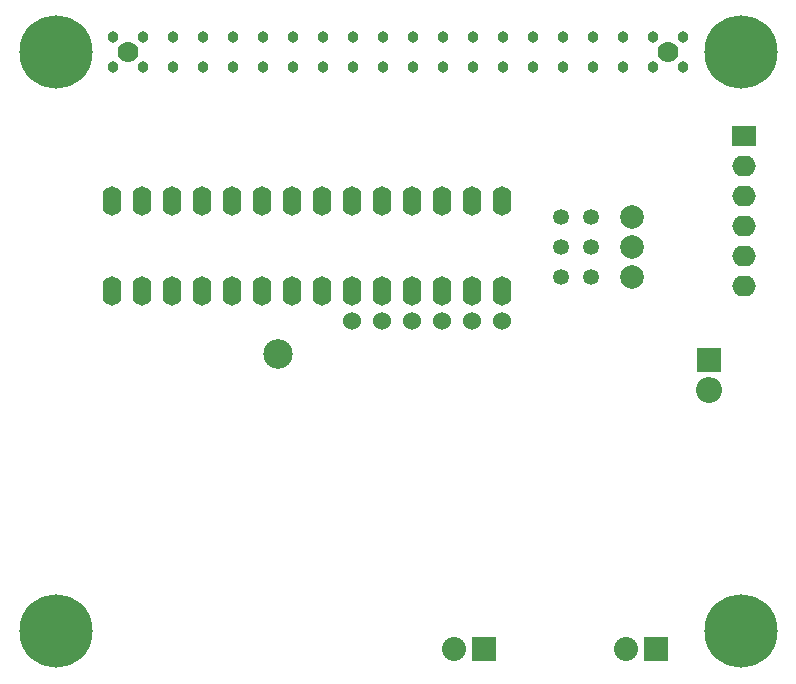
<source format=gbr>
G04 #@! TF.FileFunction,Soldermask,Bot*
%FSLAX46Y46*%
G04 Gerber Fmt 4.6, Leading zero omitted, Abs format (unit mm)*
G04 Created by KiCad (PCBNEW 4.0.2-4+6225~38~ubuntu14.04.1-stable) date Fri 06 May 2016 01:00:32 BST*
%MOMM*%
G01*
G04 APERTURE LIST*
%ADD10C,0.100000*%
%ADD11C,1.350000*%
%ADD12R,2.000000X2.000000*%
%ADD13O,2.200000X2.200000*%
%ADD14R,2.000000X1.727200*%
%ADD15O,2.000000X1.750000*%
%ADD16C,2.000000*%
%ADD17O,1.600000X2.500000*%
%ADD18C,1.524000*%
%ADD19C,2.500000*%
%ADD20C,0.965200*%
%ADD21C,1.778000*%
%ADD22C,6.200000*%
%ADD23R,2.032000X2.032000*%
%ADD24O,2.032000X2.032000*%
G04 APERTURE END LIST*
D10*
D11*
X125000000Y-67500000D03*
X122460000Y-67500000D03*
X125000000Y-64960000D03*
X122460000Y-64960000D03*
X125000000Y-62420000D03*
X122460000Y-62420000D03*
D12*
X135000000Y-74500000D03*
D13*
X135000000Y-77040000D03*
D14*
X138000000Y-55500000D03*
D15*
X138000000Y-58040000D03*
X138000000Y-60580000D03*
X138000000Y-63120000D03*
X138000000Y-65660000D03*
X138000000Y-68200000D03*
D16*
X128500000Y-67500000D03*
X128500000Y-64960000D03*
X128500000Y-62420000D03*
D17*
X117500000Y-61000000D03*
X114960000Y-61000000D03*
X112420000Y-61000000D03*
X109880000Y-61000000D03*
X107340000Y-61000000D03*
X104800000Y-61000000D03*
X102260000Y-61000000D03*
X99720000Y-61000000D03*
X97180000Y-61000000D03*
X94640000Y-61000000D03*
X92100000Y-61000000D03*
X89560000Y-61000000D03*
X87020000Y-61000000D03*
X84480000Y-61000000D03*
X84480000Y-68620000D03*
X87020000Y-68620000D03*
X89560000Y-68620000D03*
X92100000Y-68620000D03*
X94640000Y-68620000D03*
X97180000Y-68620000D03*
X99720000Y-68620000D03*
X102260000Y-68620000D03*
X104800000Y-68620000D03*
X107340000Y-68620000D03*
X109880000Y-68620000D03*
X112420000Y-68620000D03*
X114960000Y-68620000D03*
X117500000Y-68620000D03*
D18*
X117500000Y-71160000D03*
X114960000Y-71160000D03*
X112420000Y-71160000D03*
X109880000Y-71160000D03*
X107340000Y-71160000D03*
X104800000Y-71160000D03*
D19*
X98500000Y-74000000D03*
D20*
X112510000Y-49720000D03*
X109970000Y-49720000D03*
X115050000Y-49720000D03*
X117590000Y-49720000D03*
X127750000Y-49720000D03*
X125210000Y-49720000D03*
X120130000Y-49720000D03*
X122670000Y-49720000D03*
X130290000Y-49720000D03*
X132830000Y-49720000D03*
X107430000Y-49720000D03*
X104890000Y-49720000D03*
X97270000Y-49720000D03*
X94730000Y-49720000D03*
X99810000Y-49720000D03*
X102350000Y-49720000D03*
X92190000Y-49720000D03*
X89650000Y-49720000D03*
X84570000Y-49720000D03*
X87110000Y-49720000D03*
X87110000Y-47180000D03*
X84570000Y-47180000D03*
X89650000Y-47180000D03*
X92190000Y-47180000D03*
X102350000Y-47180000D03*
X99810000Y-47180000D03*
X94730000Y-47180000D03*
X97270000Y-47180000D03*
X104890000Y-47180000D03*
X107430000Y-47180000D03*
X132830000Y-47180000D03*
X130290000Y-47180000D03*
X122670000Y-47180000D03*
X120130000Y-47180000D03*
X125210000Y-47180000D03*
X127750000Y-47180000D03*
X117590000Y-47180000D03*
X115050000Y-47180000D03*
X109970000Y-47180000D03*
X112510000Y-47180000D03*
D21*
X85840000Y-48450000D03*
X131560000Y-48450000D03*
D22*
X137700000Y-48450000D03*
X137700000Y-97450000D03*
X79700000Y-97450000D03*
X79700000Y-48450000D03*
D23*
X116000000Y-99000000D03*
D24*
X113460000Y-99000000D03*
D23*
X130500000Y-99000000D03*
D24*
X127960000Y-99000000D03*
M02*

</source>
